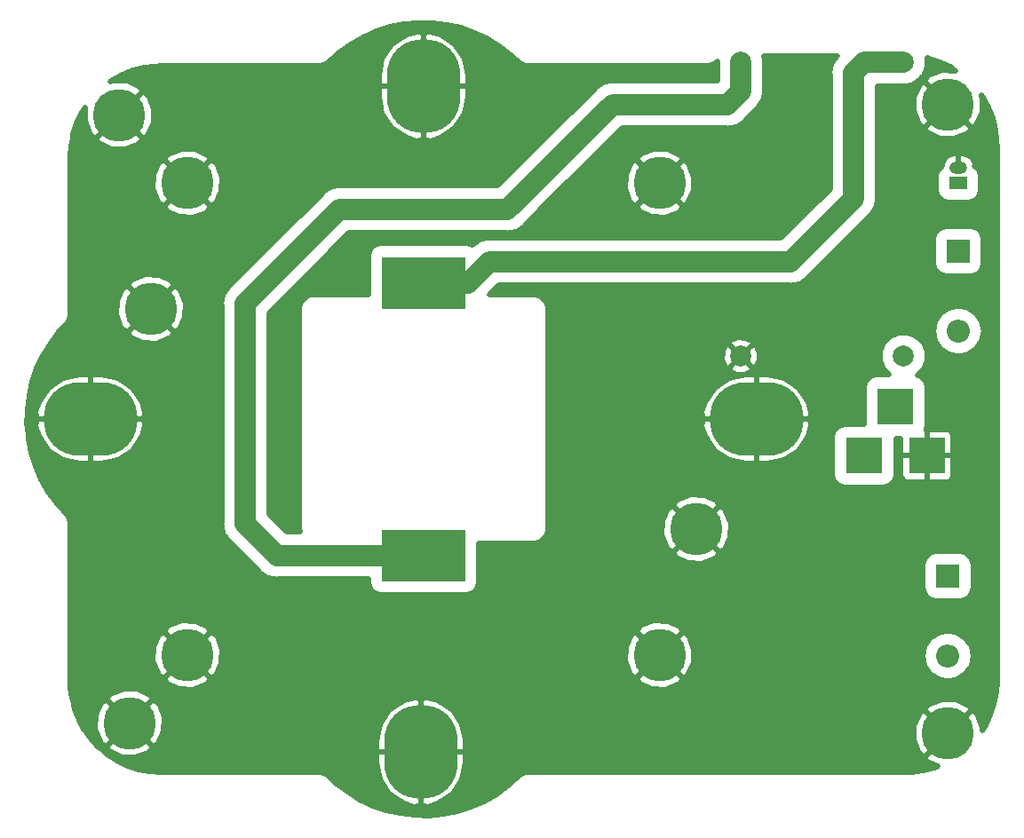
<source format=gbr>
G04 #@! TF.GenerationSoftware,KiCad,Pcbnew,(5.0.0)*
G04 #@! TF.CreationDate,2019-12-04T20:48:19-05:00*
G04 #@! TF.ProjectId,10W White LED,313057205768697465204C45442E6B69,rev?*
G04 #@! TF.SameCoordinates,Original*
G04 #@! TF.FileFunction,Copper,L2,Bot,Signal*
G04 #@! TF.FilePolarity,Positive*
%FSLAX46Y46*%
G04 Gerber Fmt 4.6, Leading zero omitted, Abs format (unit mm)*
G04 Created by KiCad (PCBNEW (5.0.0)) date 12/04/19 20:48:19*
%MOMM*%
%LPD*%
G01*
G04 APERTURE LIST*
G04 #@! TA.AperFunction,ComponentPad*
%ADD10R,1.700000X1.200000*%
G04 #@! TD*
G04 #@! TA.AperFunction,ComponentPad*
%ADD11O,1.700000X1.200000*%
G04 #@! TD*
G04 #@! TA.AperFunction,ComponentPad*
%ADD12C,5.000000*%
G04 #@! TD*
G04 #@! TA.AperFunction,ComponentPad*
%ADD13O,7.000000X9.000000*%
G04 #@! TD*
G04 #@! TA.AperFunction,ComponentPad*
%ADD14O,9.000000X7.000000*%
G04 #@! TD*
G04 #@! TA.AperFunction,ComponentPad*
%ADD15R,2.200000X2.200000*%
G04 #@! TD*
G04 #@! TA.AperFunction,ComponentPad*
%ADD16O,2.200000X2.200000*%
G04 #@! TD*
G04 #@! TA.AperFunction,SMDPad,CuDef*
%ADD17R,8.000000X5.000000*%
G04 #@! TD*
G04 #@! TA.AperFunction,ComponentPad*
%ADD18C,2.000000*%
G04 #@! TD*
G04 #@! TA.AperFunction,ComponentPad*
%ADD19R,3.500000X3.500000*%
G04 #@! TD*
G04 #@! TA.AperFunction,Conductor*
%ADD20C,2.000000*%
G04 #@! TD*
G04 #@! TA.AperFunction,Conductor*
%ADD21C,0.500000*%
G04 #@! TD*
G04 APERTURE END LIST*
D10*
G04 #@! TO.P,FAN1,1*
G04 #@! TO.N,Net-(FAN1-Pad1)*
X201000000Y-77500000D03*
D11*
G04 #@! TO.P,FAN1,2*
G04 #@! TO.N,GND*
X201000000Y-76000000D03*
G04 #@! TD*
D12*
G04 #@! TO.P,HEATSINK1,3*
G04 #@! TO.N,GND*
X172500000Y-122500000D03*
X127500000Y-122500000D03*
X127500000Y-77500000D03*
X172500000Y-77500000D03*
G04 #@! TO.P,HEATSINK1,2*
X124000000Y-89500000D03*
G04 #@! TO.P,HEATSINK1,1*
X176000000Y-110500000D03*
G04 #@! TD*
D13*
G04 #@! TO.P,LENSE1,1*
G04 #@! TO.N,GND*
X150000000Y-68250000D03*
D14*
X118250000Y-100000000D03*
D13*
X149750000Y-131750000D03*
D14*
X181750000Y-100000000D03*
G04 #@! TD*
D15*
G04 #@! TO.P,SW1,1*
G04 #@! TO.N,Net-(BARREL1-Pad1)*
X200000000Y-115000000D03*
D16*
G04 #@! TO.P,SW1,2*
G04 #@! TO.N,Net-(F1-Pad1)*
X200000000Y-122620000D03*
G04 #@! TD*
D15*
G04 #@! TO.P,SW2,1*
G04 #@! TO.N,Net-(FAN1-Pad1)*
X201000000Y-84000000D03*
D16*
G04 #@! TO.P,SW2,2*
G04 #@! TO.N,+12V*
X201000000Y-91620000D03*
G04 #@! TD*
D17*
G04 #@! TO.P,D1,1*
G04 #@! TO.N,Net-(D1-Pad1)*
X150000000Y-113000000D03*
G04 #@! TO.P,D1,2*
G04 #@! TO.N,Net-(D1-Pad2)*
X150000000Y-87000000D03*
G04 #@! TD*
D12*
G04 #@! TO.P,MNT1,1*
G04 #@! TO.N,GND*
X121000000Y-71000000D03*
G04 #@! TD*
G04 #@! TO.P,MNT2,1*
G04 #@! TO.N,GND*
X200000000Y-70000000D03*
G04 #@! TD*
G04 #@! TO.P,MNT3,1*
G04 #@! TO.N,GND*
X200000000Y-130000000D03*
G04 #@! TD*
G04 #@! TO.P,MNT4,1*
G04 #@! TO.N,GND*
X122000000Y-129000000D03*
G04 #@! TD*
D18*
G04 #@! TO.P,U1,1*
G04 #@! TO.N,GND*
X180250000Y-94000000D03*
G04 #@! TO.P,U1,2*
G04 #@! TO.N,+12V*
X195750000Y-94000000D03*
G04 #@! TO.P,U1,3*
G04 #@! TO.N,Net-(D1-Pad2)*
X195750000Y-66000000D03*
G04 #@! TO.P,U1,4*
G04 #@! TO.N,Net-(D1-Pad1)*
X180250000Y-66000000D03*
G04 #@! TD*
D19*
G04 #@! TO.P,BARREL1,3*
G04 #@! TO.N,N/C*
X195000000Y-98800000D03*
G04 #@! TO.P,BARREL1,2*
G04 #@! TO.N,GND*
X198000000Y-103500000D03*
G04 #@! TO.P,BARREL1,1*
G04 #@! TO.N,Net-(BARREL1-Pad1)*
X192000000Y-103500000D03*
G04 #@! TD*
D20*
G04 #@! TO.N,Net-(D1-Pad2)*
X154250000Y-87000000D02*
X156250000Y-85000000D01*
X150000000Y-87000000D02*
X154250000Y-87000000D01*
X156250000Y-85000000D02*
X185000000Y-85000000D01*
X191000000Y-79000000D02*
X191000000Y-67000000D01*
X185000000Y-85000000D02*
X191000000Y-79000000D01*
X192000000Y-66000000D02*
X195750000Y-66000000D01*
X191000000Y-67000000D02*
X192000000Y-66000000D01*
G04 #@! TO.N,Net-(D1-Pad1)*
X179000000Y-70000000D02*
X180250000Y-68750000D01*
X168000000Y-70000000D02*
X179000000Y-70000000D01*
X180250000Y-68750000D02*
X180250000Y-66000000D01*
X150000000Y-113000000D02*
X136000000Y-113000000D01*
X136000000Y-113000000D02*
X133000000Y-110000000D01*
X133000000Y-110000000D02*
X133000000Y-89000000D01*
X133000000Y-89000000D02*
X142000000Y-80000000D01*
X142000000Y-80000000D02*
X158000000Y-80000000D01*
X158000000Y-80000000D02*
X168000000Y-70000000D01*
G04 #@! TD*
D21*
G04 #@! TO.N,GND*
G36*
X150849311Y-62212920D02*
X152203316Y-62375574D01*
X153532364Y-62681187D01*
X154821407Y-63126299D01*
X156055860Y-63705873D01*
X157221732Y-64413342D01*
X158312727Y-65245962D01*
X158985759Y-65867019D01*
X159044728Y-65955272D01*
X159483011Y-66248122D01*
X159869501Y-66325000D01*
X159999980Y-66325000D01*
X159999999Y-66325001D01*
X160000018Y-66325000D01*
X176869502Y-66325000D01*
X177000000Y-66350958D01*
X177130498Y-66325000D01*
X177130499Y-66325000D01*
X177516989Y-66248122D01*
X177955272Y-65955272D01*
X178000000Y-65888332D01*
X178000000Y-67750000D01*
X168221605Y-67750000D01*
X168000000Y-67705920D01*
X167778395Y-67750000D01*
X167778394Y-67750000D01*
X167122094Y-67880546D01*
X166377840Y-68377840D01*
X166252308Y-68565712D01*
X157068020Y-77750000D01*
X142221604Y-77750000D01*
X141999999Y-77705920D01*
X141778394Y-77750000D01*
X141122094Y-77880546D01*
X141122093Y-77880547D01*
X141122092Y-77880547D01*
X140908000Y-78023599D01*
X140377840Y-78377840D01*
X140252310Y-78565709D01*
X131565710Y-87252310D01*
X131377841Y-87377840D01*
X131252311Y-87565709D01*
X130880547Y-88122093D01*
X130705920Y-89000000D01*
X130750001Y-89221609D01*
X130750000Y-109778395D01*
X130705920Y-110000000D01*
X130750000Y-110221605D01*
X130880546Y-110877905D01*
X130880547Y-110877906D01*
X130880547Y-110877907D01*
X130885779Y-110885737D01*
X131377840Y-111622160D01*
X131565712Y-111747692D01*
X134252308Y-114434288D01*
X134377840Y-114622160D01*
X135122094Y-115119454D01*
X135778394Y-115250000D01*
X135778395Y-115250000D01*
X136000000Y-115294080D01*
X136221605Y-115250000D01*
X144725512Y-115250000D01*
X144725512Y-115500000D01*
X144822527Y-115987725D01*
X145098801Y-116401199D01*
X145512275Y-116677473D01*
X146000000Y-116774488D01*
X154000000Y-116774488D01*
X154487725Y-116677473D01*
X154901199Y-116401199D01*
X155177473Y-115987725D01*
X155274488Y-115500000D01*
X155274488Y-113900000D01*
X197625512Y-113900000D01*
X197625512Y-116100000D01*
X197722527Y-116587725D01*
X197998801Y-117001199D01*
X198412275Y-117277473D01*
X198900000Y-117374488D01*
X201100000Y-117374488D01*
X201587725Y-117277473D01*
X202001199Y-117001199D01*
X202277473Y-116587725D01*
X202374488Y-116100000D01*
X202374488Y-113900000D01*
X202277473Y-113412275D01*
X202001199Y-112998801D01*
X201587725Y-112722527D01*
X201100000Y-112625512D01*
X198900000Y-112625512D01*
X198412275Y-112722527D01*
X197998801Y-112998801D01*
X197722527Y-113412275D01*
X197625512Y-113900000D01*
X155274488Y-113900000D01*
X155274488Y-112717717D01*
X173787940Y-112717717D01*
X174050716Y-113189765D01*
X175228425Y-113730977D01*
X176523599Y-113780303D01*
X177739061Y-113330232D01*
X177949284Y-113189765D01*
X178212060Y-112717717D01*
X176000000Y-110505657D01*
X173787940Y-112717717D01*
X155274488Y-112717717D01*
X155274488Y-111825000D01*
X160369501Y-111825000D01*
X160500000Y-111850958D01*
X160630499Y-111825000D01*
X161016989Y-111748122D01*
X161455272Y-111455272D01*
X161743705Y-111023599D01*
X172719697Y-111023599D01*
X173169768Y-112239061D01*
X173310235Y-112449284D01*
X173782283Y-112712060D01*
X175994343Y-110500000D01*
X176005657Y-110500000D01*
X178217717Y-112712060D01*
X178689765Y-112449284D01*
X179230977Y-111271575D01*
X179280303Y-109976401D01*
X178830232Y-108760939D01*
X178689765Y-108550716D01*
X178217717Y-108287940D01*
X176005657Y-110500000D01*
X175994343Y-110500000D01*
X173782283Y-108287940D01*
X173310235Y-108550716D01*
X172769023Y-109728425D01*
X172719697Y-111023599D01*
X161743705Y-111023599D01*
X161748122Y-111016989D01*
X161850958Y-110500000D01*
X161825000Y-110369501D01*
X161825000Y-108282283D01*
X173787940Y-108282283D01*
X176000000Y-110494343D01*
X178212060Y-108282283D01*
X177949284Y-107810235D01*
X176771575Y-107269023D01*
X175476401Y-107219697D01*
X174260939Y-107669768D01*
X174050716Y-107810235D01*
X173787940Y-108282283D01*
X161825000Y-108282283D01*
X161825000Y-100670048D01*
X176545051Y-100670048D01*
X176814590Y-101625770D01*
X177736311Y-103008032D01*
X179116838Y-103932348D01*
X180746000Y-104258000D01*
X181746000Y-104258000D01*
X181746000Y-100004000D01*
X181754000Y-100004000D01*
X181754000Y-104258000D01*
X182754000Y-104258000D01*
X184383162Y-103932348D01*
X185763689Y-103008032D01*
X186602570Y-101750000D01*
X188975512Y-101750000D01*
X188975512Y-105250000D01*
X189072527Y-105737725D01*
X189348801Y-106151199D01*
X189762275Y-106427473D01*
X190250000Y-106524488D01*
X193750000Y-106524488D01*
X194237725Y-106427473D01*
X194651199Y-106151199D01*
X194927473Y-105737725D01*
X195024488Y-105250000D01*
X195024488Y-103693500D01*
X195492000Y-103693500D01*
X195492000Y-105400775D01*
X195607398Y-105679372D01*
X195820627Y-105892601D01*
X196099224Y-106008000D01*
X197806500Y-106008000D01*
X197996000Y-105818500D01*
X197996000Y-103504000D01*
X198004000Y-103504000D01*
X198004000Y-105818500D01*
X198193500Y-106008000D01*
X199900776Y-106008000D01*
X200179373Y-105892601D01*
X200392602Y-105679372D01*
X200508000Y-105400775D01*
X200508000Y-103693500D01*
X200318500Y-103504000D01*
X198004000Y-103504000D01*
X197996000Y-103504000D01*
X195681500Y-103504000D01*
X195492000Y-103693500D01*
X195024488Y-103693500D01*
X195024488Y-101824488D01*
X195492000Y-101824488D01*
X195492000Y-103306500D01*
X195681500Y-103496000D01*
X197996000Y-103496000D01*
X197996000Y-101181500D01*
X198004000Y-101181500D01*
X198004000Y-103496000D01*
X200318500Y-103496000D01*
X200508000Y-103306500D01*
X200508000Y-101599225D01*
X200392602Y-101320628D01*
X200179373Y-101107399D01*
X199900776Y-100992000D01*
X198193500Y-100992000D01*
X198004000Y-101181500D01*
X197996000Y-101181500D01*
X197897333Y-101082833D01*
X197927473Y-101037725D01*
X198024488Y-100550000D01*
X198024488Y-97050000D01*
X197927473Y-96562275D01*
X197651199Y-96148801D01*
X197237725Y-95872527D01*
X197089031Y-95842950D01*
X197657458Y-95274523D01*
X198000000Y-94447553D01*
X198000000Y-93552447D01*
X197657458Y-92725477D01*
X197024523Y-92092542D01*
X196197553Y-91750000D01*
X195302447Y-91750000D01*
X194475477Y-92092542D01*
X193842542Y-92725477D01*
X193500000Y-93552447D01*
X193500000Y-94447553D01*
X193842542Y-95274523D01*
X194343531Y-95775512D01*
X193250000Y-95775512D01*
X192762275Y-95872527D01*
X192348801Y-96148801D01*
X192072527Y-96562275D01*
X191975512Y-97050000D01*
X191975512Y-100475512D01*
X190250000Y-100475512D01*
X189762275Y-100572527D01*
X189348801Y-100848801D01*
X189072527Y-101262275D01*
X188975512Y-101750000D01*
X186602570Y-101750000D01*
X186685410Y-101625770D01*
X186954949Y-100670048D01*
X186818498Y-100004000D01*
X181754000Y-100004000D01*
X181746000Y-100004000D01*
X176681502Y-100004000D01*
X176545051Y-100670048D01*
X161825000Y-100670048D01*
X161825000Y-99329952D01*
X176545051Y-99329952D01*
X176681502Y-99996000D01*
X181746000Y-99996000D01*
X181746000Y-95742000D01*
X181754000Y-95742000D01*
X181754000Y-99996000D01*
X186818498Y-99996000D01*
X186954949Y-99329952D01*
X186685410Y-98374230D01*
X185763689Y-96991968D01*
X184383162Y-96067652D01*
X182754000Y-95742000D01*
X181754000Y-95742000D01*
X181746000Y-95742000D01*
X180746000Y-95742000D01*
X179116838Y-96067652D01*
X177736311Y-96991968D01*
X176814590Y-98374230D01*
X176545051Y-99329952D01*
X161825000Y-99329952D01*
X161825000Y-95136275D01*
X179119382Y-95136275D01*
X179199669Y-95452463D01*
X179835454Y-95743845D01*
X180534350Y-95769743D01*
X181189956Y-95526213D01*
X181300331Y-95452463D01*
X181380618Y-95136275D01*
X180250000Y-94005657D01*
X179119382Y-95136275D01*
X161825000Y-95136275D01*
X161825000Y-94284350D01*
X178480257Y-94284350D01*
X178723787Y-94939956D01*
X178797537Y-95050331D01*
X179113725Y-95130618D01*
X180244343Y-94000000D01*
X180255657Y-94000000D01*
X181386275Y-95130618D01*
X181702463Y-95050331D01*
X181993845Y-94414546D01*
X182019743Y-93715650D01*
X181776213Y-93060044D01*
X181702463Y-92949669D01*
X181386275Y-92869382D01*
X180255657Y-94000000D01*
X180244343Y-94000000D01*
X179113725Y-92869382D01*
X178797537Y-92949669D01*
X178506155Y-93585454D01*
X178480257Y-94284350D01*
X161825000Y-94284350D01*
X161825000Y-92863725D01*
X179119382Y-92863725D01*
X180250000Y-93994343D01*
X181380618Y-92863725D01*
X181300331Y-92547537D01*
X180664546Y-92256155D01*
X179965650Y-92230257D01*
X179310044Y-92473787D01*
X179199669Y-92547537D01*
X179119382Y-92863725D01*
X161825000Y-92863725D01*
X161825000Y-91620000D01*
X198603961Y-91620000D01*
X198786349Y-92536924D01*
X199305745Y-93314255D01*
X200083076Y-93833651D01*
X200768547Y-93970000D01*
X201231453Y-93970000D01*
X201916924Y-93833651D01*
X202694255Y-93314255D01*
X203213651Y-92536924D01*
X203396039Y-91620000D01*
X203213651Y-90703076D01*
X202694255Y-89925745D01*
X201916924Y-89406349D01*
X201231453Y-89270000D01*
X200768547Y-89270000D01*
X200083076Y-89406349D01*
X199305745Y-89925745D01*
X198786349Y-90703076D01*
X198603961Y-91620000D01*
X161825000Y-91620000D01*
X161825000Y-89630499D01*
X161850958Y-89500000D01*
X161748122Y-88983011D01*
X161455272Y-88544728D01*
X161016989Y-88251878D01*
X160630499Y-88175000D01*
X160500000Y-88149042D01*
X160369501Y-88175000D01*
X156256980Y-88175000D01*
X157181981Y-87250000D01*
X184778395Y-87250000D01*
X185000000Y-87294080D01*
X185221605Y-87250000D01*
X185221606Y-87250000D01*
X185877906Y-87119454D01*
X186622160Y-86622160D01*
X186747692Y-86434288D01*
X190281980Y-82900000D01*
X198625512Y-82900000D01*
X198625512Y-85100000D01*
X198722527Y-85587725D01*
X198998801Y-86001199D01*
X199412275Y-86277473D01*
X199900000Y-86374488D01*
X202100000Y-86374488D01*
X202587725Y-86277473D01*
X203001199Y-86001199D01*
X203277473Y-85587725D01*
X203374488Y-85100000D01*
X203374488Y-82900000D01*
X203277473Y-82412275D01*
X203001199Y-81998801D01*
X202587725Y-81722527D01*
X202100000Y-81625512D01*
X199900000Y-81625512D01*
X199412275Y-81722527D01*
X198998801Y-81998801D01*
X198722527Y-82412275D01*
X198625512Y-82900000D01*
X190281980Y-82900000D01*
X192434292Y-80747689D01*
X192622160Y-80622160D01*
X193037873Y-80000001D01*
X193119453Y-79877908D01*
X193119453Y-79877907D01*
X193119454Y-79877906D01*
X193250000Y-79221606D01*
X193250000Y-79221605D01*
X193294080Y-79000001D01*
X193250000Y-78778396D01*
X193250000Y-76900000D01*
X198875512Y-76900000D01*
X198875512Y-78100000D01*
X198972527Y-78587725D01*
X199248801Y-79001199D01*
X199662275Y-79277473D01*
X200150000Y-79374488D01*
X201850000Y-79374488D01*
X202337725Y-79277473D01*
X202751199Y-79001199D01*
X203027473Y-78587725D01*
X203124488Y-78100000D01*
X203124488Y-76900000D01*
X203027473Y-76412275D01*
X202751199Y-75998801D01*
X202533909Y-75853612D01*
X202590649Y-75783612D01*
X202506160Y-75484011D01*
X202213080Y-75042577D01*
X201773380Y-74746902D01*
X201254000Y-74642000D01*
X201004000Y-74642000D01*
X201004000Y-75625512D01*
X200996000Y-75625512D01*
X200996000Y-74642000D01*
X200746000Y-74642000D01*
X200226620Y-74746902D01*
X199786920Y-75042577D01*
X199493840Y-75484011D01*
X199409351Y-75783612D01*
X199466091Y-75853612D01*
X199248801Y-75998801D01*
X198972527Y-76412275D01*
X198875512Y-76900000D01*
X193250000Y-76900000D01*
X193250000Y-72217717D01*
X197787940Y-72217717D01*
X198050716Y-72689765D01*
X199228425Y-73230977D01*
X200523599Y-73280303D01*
X201739061Y-72830232D01*
X201949284Y-72689765D01*
X202212060Y-72217717D01*
X200000000Y-70005657D01*
X197787940Y-72217717D01*
X193250000Y-72217717D01*
X193250000Y-70523599D01*
X196719697Y-70523599D01*
X197169768Y-71739061D01*
X197310235Y-71949284D01*
X197782283Y-72212060D01*
X199994343Y-70000000D01*
X197782283Y-67787940D01*
X197310235Y-68050716D01*
X196769023Y-69228425D01*
X196719697Y-70523599D01*
X193250000Y-70523599D01*
X193250000Y-68250000D01*
X196197553Y-68250000D01*
X196406300Y-68163534D01*
X196627906Y-68119454D01*
X196815775Y-67993924D01*
X197024523Y-67907458D01*
X197184291Y-67747690D01*
X197372160Y-67622160D01*
X197497691Y-67434290D01*
X197657458Y-67274523D01*
X197743924Y-67065775D01*
X197869454Y-66877906D01*
X197913534Y-66656301D01*
X198000000Y-66447553D01*
X198000000Y-66221606D01*
X198044080Y-66000000D01*
X198000000Y-65778394D01*
X198000000Y-65570180D01*
X198156734Y-65600079D01*
X199192514Y-65936624D01*
X200177954Y-66400337D01*
X200758102Y-66768510D01*
X199476401Y-66719697D01*
X198260939Y-67169768D01*
X198050716Y-67310235D01*
X197787940Y-67782283D01*
X200000000Y-69994343D01*
X200014142Y-69980201D01*
X200019799Y-69985858D01*
X200005657Y-70000000D01*
X202217717Y-72212060D01*
X202689765Y-71949284D01*
X203230977Y-70771575D01*
X203280303Y-69476401D01*
X203143510Y-69106978D01*
X203322333Y-69353107D01*
X203847005Y-70307481D01*
X204247922Y-71320082D01*
X204518769Y-72374955D01*
X204657884Y-73476169D01*
X204675000Y-74020810D01*
X204675001Y-124958351D01*
X204603997Y-126086931D01*
X204399921Y-127156734D01*
X204063374Y-128192519D01*
X203599663Y-129177954D01*
X203272006Y-129694260D01*
X203280303Y-129476401D01*
X202830232Y-128260939D01*
X202689765Y-128050716D01*
X202217717Y-127787940D01*
X200005657Y-130000000D01*
X200019799Y-130014142D01*
X200014142Y-130019799D01*
X200000000Y-130005657D01*
X197787940Y-132217717D01*
X198050716Y-132689765D01*
X198994374Y-133123420D01*
X198679917Y-133247922D01*
X197625038Y-133518770D01*
X196523830Y-133657884D01*
X195979190Y-133675000D01*
X159869501Y-133675000D01*
X159483011Y-133751878D01*
X159044728Y-134044728D01*
X158990648Y-134125664D01*
X158047509Y-134973382D01*
X156942133Y-135772072D01*
X155758139Y-136448782D01*
X154508944Y-136995840D01*
X153208679Y-137407060D01*
X151872095Y-137677776D01*
X150514294Y-137804931D01*
X149150690Y-137787080D01*
X147796684Y-137624426D01*
X146467636Y-137318813D01*
X145178593Y-136873701D01*
X143944140Y-136294127D01*
X142778268Y-135586658D01*
X141687273Y-134754038D01*
X141014241Y-134132981D01*
X140955272Y-134044728D01*
X140516989Y-133751878D01*
X140130499Y-133675000D01*
X140000020Y-133675000D01*
X140000001Y-133674999D01*
X139999982Y-133675000D01*
X125041633Y-133675000D01*
X123913069Y-133603997D01*
X122843266Y-133399921D01*
X121807481Y-133063374D01*
X120822046Y-132599663D01*
X119902504Y-132016104D01*
X119063350Y-131321895D01*
X118965521Y-131217717D01*
X119787940Y-131217717D01*
X120050716Y-131689765D01*
X121228425Y-132230977D01*
X122523599Y-132280303D01*
X123739061Y-131830232D01*
X123853149Y-131754000D01*
X145492000Y-131754000D01*
X145492000Y-132754000D01*
X145817652Y-134383162D01*
X146741968Y-135763689D01*
X148124230Y-136685410D01*
X149079952Y-136954949D01*
X149746000Y-136818498D01*
X149746000Y-131754000D01*
X149754000Y-131754000D01*
X149754000Y-136818498D01*
X150420048Y-136954949D01*
X151375770Y-136685410D01*
X152758032Y-135763689D01*
X153682348Y-134383162D01*
X154008000Y-132754000D01*
X154008000Y-131754000D01*
X149754000Y-131754000D01*
X149746000Y-131754000D01*
X145492000Y-131754000D01*
X123853149Y-131754000D01*
X123949284Y-131689765D01*
X124212060Y-131217717D01*
X122000000Y-129005657D01*
X119787940Y-131217717D01*
X118965521Y-131217717D01*
X118317818Y-130527985D01*
X117677667Y-129646893D01*
X117609886Y-129523599D01*
X118719697Y-129523599D01*
X119169768Y-130739061D01*
X119310235Y-130949284D01*
X119782283Y-131212060D01*
X121994343Y-129000000D01*
X122005657Y-129000000D01*
X124217717Y-131212060D01*
X124689765Y-130949284D01*
X124783183Y-130746000D01*
X145492000Y-130746000D01*
X145492000Y-131746000D01*
X149746000Y-131746000D01*
X149746000Y-126681502D01*
X149754000Y-126681502D01*
X149754000Y-131746000D01*
X154008000Y-131746000D01*
X154008000Y-130746000D01*
X153963545Y-130523599D01*
X196719697Y-130523599D01*
X197169768Y-131739061D01*
X197310235Y-131949284D01*
X197782283Y-132212060D01*
X199994343Y-130000000D01*
X197782283Y-127787940D01*
X197310235Y-128050716D01*
X196769023Y-129228425D01*
X196719697Y-130523599D01*
X153963545Y-130523599D01*
X153682348Y-129116838D01*
X152788813Y-127782283D01*
X197787940Y-127782283D01*
X200000000Y-129994343D01*
X202212060Y-127782283D01*
X201949284Y-127310235D01*
X200771575Y-126769023D01*
X199476401Y-126719697D01*
X198260939Y-127169768D01*
X198050716Y-127310235D01*
X197787940Y-127782283D01*
X152788813Y-127782283D01*
X152758032Y-127736311D01*
X151375770Y-126814590D01*
X150420048Y-126545051D01*
X149754000Y-126681502D01*
X149746000Y-126681502D01*
X149079952Y-126545051D01*
X148124230Y-126814590D01*
X146741968Y-127736311D01*
X145817652Y-129116838D01*
X145492000Y-130746000D01*
X124783183Y-130746000D01*
X125230977Y-129771575D01*
X125280303Y-128476401D01*
X124830232Y-127260939D01*
X124689765Y-127050716D01*
X124217717Y-126787940D01*
X122005657Y-129000000D01*
X121994343Y-129000000D01*
X119782283Y-126787940D01*
X119310235Y-127050716D01*
X118769023Y-128228425D01*
X118719697Y-129523599D01*
X117609886Y-129523599D01*
X117152996Y-128692522D01*
X116752078Y-127679917D01*
X116521604Y-126782283D01*
X119787940Y-126782283D01*
X122000000Y-128994343D01*
X124212060Y-126782283D01*
X123949284Y-126310235D01*
X122771575Y-125769023D01*
X121476401Y-125719697D01*
X120260939Y-126169768D01*
X120050716Y-126310235D01*
X119787940Y-126782283D01*
X116521604Y-126782283D01*
X116481230Y-126625038D01*
X116342116Y-125523830D01*
X116325000Y-124979190D01*
X116325000Y-124717717D01*
X125287940Y-124717717D01*
X125550716Y-125189765D01*
X126728425Y-125730977D01*
X128023599Y-125780303D01*
X129239061Y-125330232D01*
X129449284Y-125189765D01*
X129712060Y-124717717D01*
X170287940Y-124717717D01*
X170550716Y-125189765D01*
X171728425Y-125730977D01*
X173023599Y-125780303D01*
X174239061Y-125330232D01*
X174449284Y-125189765D01*
X174712060Y-124717717D01*
X172500000Y-122505657D01*
X170287940Y-124717717D01*
X129712060Y-124717717D01*
X127500000Y-122505657D01*
X125287940Y-124717717D01*
X116325000Y-124717717D01*
X116325000Y-123023599D01*
X124219697Y-123023599D01*
X124669768Y-124239061D01*
X124810235Y-124449284D01*
X125282283Y-124712060D01*
X127494343Y-122500000D01*
X127505657Y-122500000D01*
X129717717Y-124712060D01*
X130189765Y-124449284D01*
X130730977Y-123271575D01*
X130740421Y-123023599D01*
X169219697Y-123023599D01*
X169669768Y-124239061D01*
X169810235Y-124449284D01*
X170282283Y-124712060D01*
X172494343Y-122500000D01*
X172505657Y-122500000D01*
X174717717Y-124712060D01*
X175189765Y-124449284D01*
X175730977Y-123271575D01*
X175755791Y-122620000D01*
X197603961Y-122620000D01*
X197786349Y-123536924D01*
X198305745Y-124314255D01*
X199083076Y-124833651D01*
X199768547Y-124970000D01*
X200231453Y-124970000D01*
X200916924Y-124833651D01*
X201694255Y-124314255D01*
X202213651Y-123536924D01*
X202396039Y-122620000D01*
X202213651Y-121703076D01*
X201694255Y-120925745D01*
X200916924Y-120406349D01*
X200231453Y-120270000D01*
X199768547Y-120270000D01*
X199083076Y-120406349D01*
X198305745Y-120925745D01*
X197786349Y-121703076D01*
X197603961Y-122620000D01*
X175755791Y-122620000D01*
X175780303Y-121976401D01*
X175330232Y-120760939D01*
X175189765Y-120550716D01*
X174717717Y-120287940D01*
X172505657Y-122500000D01*
X172494343Y-122500000D01*
X170282283Y-120287940D01*
X169810235Y-120550716D01*
X169269023Y-121728425D01*
X169219697Y-123023599D01*
X130740421Y-123023599D01*
X130780303Y-121976401D01*
X130330232Y-120760939D01*
X130189765Y-120550716D01*
X129717717Y-120287940D01*
X127505657Y-122500000D01*
X127494343Y-122500000D01*
X125282283Y-120287940D01*
X124810235Y-120550716D01*
X124269023Y-121728425D01*
X124219697Y-123023599D01*
X116325000Y-123023599D01*
X116325000Y-120282283D01*
X125287940Y-120282283D01*
X127500000Y-122494343D01*
X129712060Y-120282283D01*
X170287940Y-120282283D01*
X172500000Y-122494343D01*
X174712060Y-120282283D01*
X174449284Y-119810235D01*
X173271575Y-119269023D01*
X171976401Y-119219697D01*
X170760939Y-119669768D01*
X170550716Y-119810235D01*
X170287940Y-120282283D01*
X129712060Y-120282283D01*
X129449284Y-119810235D01*
X128271575Y-119269023D01*
X126976401Y-119219697D01*
X125760939Y-119669768D01*
X125550716Y-119810235D01*
X125287940Y-120282283D01*
X116325000Y-120282283D01*
X116325000Y-109869501D01*
X116248122Y-109483011D01*
X115955272Y-109044728D01*
X115874336Y-108990648D01*
X115026618Y-108047509D01*
X114227928Y-106942133D01*
X113551218Y-105758139D01*
X113004160Y-104508944D01*
X112592940Y-103208679D01*
X112322224Y-101872095D01*
X112209656Y-100670048D01*
X113045051Y-100670048D01*
X113314590Y-101625770D01*
X114236311Y-103008032D01*
X115616838Y-103932348D01*
X117246000Y-104258000D01*
X118246000Y-104258000D01*
X118246000Y-100004000D01*
X118254000Y-100004000D01*
X118254000Y-104258000D01*
X119254000Y-104258000D01*
X120883162Y-103932348D01*
X122263689Y-103008032D01*
X123185410Y-101625770D01*
X123454949Y-100670048D01*
X123318498Y-100004000D01*
X118254000Y-100004000D01*
X118246000Y-100004000D01*
X113181502Y-100004000D01*
X113045051Y-100670048D01*
X112209656Y-100670048D01*
X112195069Y-100514294D01*
X112210573Y-99329952D01*
X113045051Y-99329952D01*
X113181502Y-99996000D01*
X118246000Y-99996000D01*
X118246000Y-95742000D01*
X118254000Y-95742000D01*
X118254000Y-99996000D01*
X123318498Y-99996000D01*
X123454949Y-99329952D01*
X123185410Y-98374230D01*
X122263689Y-96991968D01*
X120883162Y-96067652D01*
X119254000Y-95742000D01*
X118254000Y-95742000D01*
X118246000Y-95742000D01*
X117246000Y-95742000D01*
X115616838Y-96067652D01*
X114236311Y-96991968D01*
X113314590Y-98374230D01*
X113045051Y-99329952D01*
X112210573Y-99329952D01*
X112212920Y-99150689D01*
X112375574Y-97796684D01*
X112681187Y-96467636D01*
X113126299Y-95178593D01*
X113705873Y-93944140D01*
X114413342Y-92778268D01*
X115222727Y-91717717D01*
X121787940Y-91717717D01*
X122050716Y-92189765D01*
X123228425Y-92730977D01*
X124523599Y-92780303D01*
X125739061Y-92330232D01*
X125949284Y-92189765D01*
X126212060Y-91717717D01*
X124000000Y-89505657D01*
X121787940Y-91717717D01*
X115222727Y-91717717D01*
X115245962Y-91687273D01*
X115867019Y-91014241D01*
X115955272Y-90955272D01*
X116248122Y-90516989D01*
X116325000Y-90130499D01*
X116325000Y-90023599D01*
X120719697Y-90023599D01*
X121169768Y-91239061D01*
X121310235Y-91449284D01*
X121782283Y-91712060D01*
X123994343Y-89500000D01*
X124005657Y-89500000D01*
X126217717Y-91712060D01*
X126689765Y-91449284D01*
X127230977Y-90271575D01*
X127280303Y-88976401D01*
X126830232Y-87760939D01*
X126689765Y-87550716D01*
X126217717Y-87287940D01*
X124005657Y-89500000D01*
X123994343Y-89500000D01*
X121782283Y-87287940D01*
X121310235Y-87550716D01*
X120769023Y-88728425D01*
X120719697Y-90023599D01*
X116325000Y-90023599D01*
X116325000Y-90000020D01*
X116325001Y-90000001D01*
X116325000Y-89999982D01*
X116325000Y-87282283D01*
X121787940Y-87282283D01*
X124000000Y-89494343D01*
X126212060Y-87282283D01*
X125949284Y-86810235D01*
X124771575Y-86269023D01*
X123476401Y-86219697D01*
X122260939Y-86669768D01*
X122050716Y-86810235D01*
X121787940Y-87282283D01*
X116325000Y-87282283D01*
X116325000Y-79717717D01*
X125287940Y-79717717D01*
X125550716Y-80189765D01*
X126728425Y-80730977D01*
X128023599Y-80780303D01*
X129239061Y-80330232D01*
X129449284Y-80189765D01*
X129712060Y-79717717D01*
X127500000Y-77505657D01*
X125287940Y-79717717D01*
X116325000Y-79717717D01*
X116325000Y-78023599D01*
X124219697Y-78023599D01*
X124669768Y-79239061D01*
X124810235Y-79449284D01*
X125282283Y-79712060D01*
X127494343Y-77500000D01*
X127505657Y-77500000D01*
X129717717Y-79712060D01*
X130189765Y-79449284D01*
X130730977Y-78271575D01*
X130780303Y-76976401D01*
X130330232Y-75760939D01*
X130189765Y-75550716D01*
X129717717Y-75287940D01*
X127505657Y-77500000D01*
X127494343Y-77500000D01*
X125282283Y-75287940D01*
X124810235Y-75550716D01*
X124269023Y-76728425D01*
X124219697Y-78023599D01*
X116325000Y-78023599D01*
X116325000Y-75282283D01*
X125287940Y-75282283D01*
X127500000Y-77494343D01*
X129712060Y-75282283D01*
X129449284Y-74810235D01*
X128271575Y-74269023D01*
X126976401Y-74219697D01*
X125760939Y-74669768D01*
X125550716Y-74810235D01*
X125287940Y-75282283D01*
X116325000Y-75282283D01*
X116325000Y-75041633D01*
X116396003Y-73913068D01*
X116528648Y-73217717D01*
X118787940Y-73217717D01*
X119050716Y-73689765D01*
X120228425Y-74230977D01*
X121523599Y-74280303D01*
X122739061Y-73830232D01*
X122949284Y-73689765D01*
X123212060Y-73217717D01*
X121000000Y-71005657D01*
X118787940Y-73217717D01*
X116528648Y-73217717D01*
X116600079Y-72843266D01*
X116936624Y-71807486D01*
X117400337Y-70822046D01*
X117768510Y-70241898D01*
X117719697Y-71523599D01*
X118169768Y-72739061D01*
X118310235Y-72949284D01*
X118782283Y-73212060D01*
X120994343Y-71000000D01*
X121005657Y-71000000D01*
X123217717Y-73212060D01*
X123689765Y-72949284D01*
X124230977Y-71771575D01*
X124280303Y-70476401D01*
X123830232Y-69260939D01*
X123689765Y-69050716D01*
X123217717Y-68787940D01*
X121005657Y-71000000D01*
X120994343Y-71000000D01*
X120980201Y-70985858D01*
X120985858Y-70980201D01*
X121000000Y-70994343D01*
X123212060Y-68782283D01*
X122949284Y-68310235D01*
X122826914Y-68254000D01*
X145742000Y-68254000D01*
X145742000Y-69254000D01*
X146067652Y-70883162D01*
X146991968Y-72263689D01*
X148374230Y-73185410D01*
X149329952Y-73454949D01*
X149996000Y-73318498D01*
X149996000Y-68254000D01*
X150004000Y-68254000D01*
X150004000Y-73318498D01*
X150670048Y-73454949D01*
X151625770Y-73185410D01*
X153008032Y-72263689D01*
X153932348Y-70883162D01*
X154258000Y-69254000D01*
X154258000Y-68254000D01*
X150004000Y-68254000D01*
X149996000Y-68254000D01*
X145742000Y-68254000D01*
X122826914Y-68254000D01*
X121771575Y-67769023D01*
X120476401Y-67719697D01*
X120106978Y-67856490D01*
X120353107Y-67677667D01*
X121138305Y-67246000D01*
X145742000Y-67246000D01*
X145742000Y-68246000D01*
X149996000Y-68246000D01*
X149996000Y-63181502D01*
X150004000Y-63181502D01*
X150004000Y-68246000D01*
X154258000Y-68246000D01*
X154258000Y-67246000D01*
X153932348Y-65616838D01*
X153008032Y-64236311D01*
X151625770Y-63314590D01*
X150670048Y-63045051D01*
X150004000Y-63181502D01*
X149996000Y-63181502D01*
X149329952Y-63045051D01*
X148374230Y-63314590D01*
X146991968Y-64236311D01*
X146067652Y-65616838D01*
X145742000Y-67246000D01*
X121138305Y-67246000D01*
X121307481Y-67152995D01*
X122320082Y-66752078D01*
X123374955Y-66481231D01*
X124476169Y-66342116D01*
X125020810Y-66325000D01*
X140130499Y-66325000D01*
X140516989Y-66248122D01*
X140955272Y-65955272D01*
X141009353Y-65874334D01*
X141952490Y-65026618D01*
X143057873Y-64227923D01*
X144241861Y-63551219D01*
X145491056Y-63004160D01*
X146791319Y-62592940D01*
X148127905Y-62322224D01*
X149485706Y-62195069D01*
X150849311Y-62212920D01*
X150849311Y-62212920D01*
G37*
X150849311Y-62212920D02*
X152203316Y-62375574D01*
X153532364Y-62681187D01*
X154821407Y-63126299D01*
X156055860Y-63705873D01*
X157221732Y-64413342D01*
X158312727Y-65245962D01*
X158985759Y-65867019D01*
X159044728Y-65955272D01*
X159483011Y-66248122D01*
X159869501Y-66325000D01*
X159999980Y-66325000D01*
X159999999Y-66325001D01*
X160000018Y-66325000D01*
X176869502Y-66325000D01*
X177000000Y-66350958D01*
X177130498Y-66325000D01*
X177130499Y-66325000D01*
X177516989Y-66248122D01*
X177955272Y-65955272D01*
X178000000Y-65888332D01*
X178000000Y-67750000D01*
X168221605Y-67750000D01*
X168000000Y-67705920D01*
X167778395Y-67750000D01*
X167778394Y-67750000D01*
X167122094Y-67880546D01*
X166377840Y-68377840D01*
X166252308Y-68565712D01*
X157068020Y-77750000D01*
X142221604Y-77750000D01*
X141999999Y-77705920D01*
X141778394Y-77750000D01*
X141122094Y-77880546D01*
X141122093Y-77880547D01*
X141122092Y-77880547D01*
X140908000Y-78023599D01*
X140377840Y-78377840D01*
X140252310Y-78565709D01*
X131565710Y-87252310D01*
X131377841Y-87377840D01*
X131252311Y-87565709D01*
X130880547Y-88122093D01*
X130705920Y-89000000D01*
X130750001Y-89221609D01*
X130750000Y-109778395D01*
X130705920Y-110000000D01*
X130750000Y-110221605D01*
X130880546Y-110877905D01*
X130880547Y-110877906D01*
X130880547Y-110877907D01*
X130885779Y-110885737D01*
X131377840Y-111622160D01*
X131565712Y-111747692D01*
X134252308Y-114434288D01*
X134377840Y-114622160D01*
X135122094Y-115119454D01*
X135778394Y-115250000D01*
X135778395Y-115250000D01*
X136000000Y-115294080D01*
X136221605Y-115250000D01*
X144725512Y-115250000D01*
X144725512Y-115500000D01*
X144822527Y-115987725D01*
X145098801Y-116401199D01*
X145512275Y-116677473D01*
X146000000Y-116774488D01*
X154000000Y-116774488D01*
X154487725Y-116677473D01*
X154901199Y-116401199D01*
X155177473Y-115987725D01*
X155274488Y-115500000D01*
X155274488Y-113900000D01*
X197625512Y-113900000D01*
X197625512Y-116100000D01*
X197722527Y-116587725D01*
X197998801Y-117001199D01*
X198412275Y-117277473D01*
X198900000Y-117374488D01*
X201100000Y-117374488D01*
X201587725Y-117277473D01*
X202001199Y-117001199D01*
X202277473Y-116587725D01*
X202374488Y-116100000D01*
X202374488Y-113900000D01*
X202277473Y-113412275D01*
X202001199Y-112998801D01*
X201587725Y-112722527D01*
X201100000Y-112625512D01*
X198900000Y-112625512D01*
X198412275Y-112722527D01*
X197998801Y-112998801D01*
X197722527Y-113412275D01*
X197625512Y-113900000D01*
X155274488Y-113900000D01*
X155274488Y-112717717D01*
X173787940Y-112717717D01*
X174050716Y-113189765D01*
X175228425Y-113730977D01*
X176523599Y-113780303D01*
X177739061Y-113330232D01*
X177949284Y-113189765D01*
X178212060Y-112717717D01*
X176000000Y-110505657D01*
X173787940Y-112717717D01*
X155274488Y-112717717D01*
X155274488Y-111825000D01*
X160369501Y-111825000D01*
X160500000Y-111850958D01*
X160630499Y-111825000D01*
X161016989Y-111748122D01*
X161455272Y-111455272D01*
X161743705Y-111023599D01*
X172719697Y-111023599D01*
X173169768Y-112239061D01*
X173310235Y-112449284D01*
X173782283Y-112712060D01*
X175994343Y-110500000D01*
X176005657Y-110500000D01*
X178217717Y-112712060D01*
X178689765Y-112449284D01*
X179230977Y-111271575D01*
X179280303Y-109976401D01*
X178830232Y-108760939D01*
X178689765Y-108550716D01*
X178217717Y-108287940D01*
X176005657Y-110500000D01*
X175994343Y-110500000D01*
X173782283Y-108287940D01*
X173310235Y-108550716D01*
X172769023Y-109728425D01*
X172719697Y-111023599D01*
X161743705Y-111023599D01*
X161748122Y-111016989D01*
X161850958Y-110500000D01*
X161825000Y-110369501D01*
X161825000Y-108282283D01*
X173787940Y-108282283D01*
X176000000Y-110494343D01*
X178212060Y-108282283D01*
X177949284Y-107810235D01*
X176771575Y-107269023D01*
X175476401Y-107219697D01*
X174260939Y-107669768D01*
X174050716Y-107810235D01*
X173787940Y-108282283D01*
X161825000Y-108282283D01*
X161825000Y-100670048D01*
X176545051Y-100670048D01*
X176814590Y-101625770D01*
X177736311Y-103008032D01*
X179116838Y-103932348D01*
X180746000Y-104258000D01*
X181746000Y-104258000D01*
X181746000Y-100004000D01*
X181754000Y-100004000D01*
X181754000Y-104258000D01*
X182754000Y-104258000D01*
X184383162Y-103932348D01*
X185763689Y-103008032D01*
X186602570Y-101750000D01*
X188975512Y-101750000D01*
X188975512Y-105250000D01*
X189072527Y-105737725D01*
X189348801Y-106151199D01*
X189762275Y-106427473D01*
X190250000Y-106524488D01*
X193750000Y-106524488D01*
X194237725Y-106427473D01*
X194651199Y-106151199D01*
X194927473Y-105737725D01*
X195024488Y-105250000D01*
X195024488Y-103693500D01*
X195492000Y-103693500D01*
X195492000Y-105400775D01*
X195607398Y-105679372D01*
X195820627Y-105892601D01*
X196099224Y-106008000D01*
X197806500Y-106008000D01*
X197996000Y-105818500D01*
X197996000Y-103504000D01*
X198004000Y-103504000D01*
X198004000Y-105818500D01*
X198193500Y-106008000D01*
X199900776Y-106008000D01*
X200179373Y-105892601D01*
X200392602Y-105679372D01*
X200508000Y-105400775D01*
X200508000Y-103693500D01*
X200318500Y-103504000D01*
X198004000Y-103504000D01*
X197996000Y-103504000D01*
X195681500Y-103504000D01*
X195492000Y-103693500D01*
X195024488Y-103693500D01*
X195024488Y-101824488D01*
X195492000Y-101824488D01*
X195492000Y-103306500D01*
X195681500Y-103496000D01*
X197996000Y-103496000D01*
X197996000Y-101181500D01*
X198004000Y-101181500D01*
X198004000Y-103496000D01*
X200318500Y-103496000D01*
X200508000Y-103306500D01*
X200508000Y-101599225D01*
X200392602Y-101320628D01*
X200179373Y-101107399D01*
X199900776Y-100992000D01*
X198193500Y-100992000D01*
X198004000Y-101181500D01*
X197996000Y-101181500D01*
X197897333Y-101082833D01*
X197927473Y-101037725D01*
X198024488Y-100550000D01*
X198024488Y-97050000D01*
X197927473Y-96562275D01*
X197651199Y-96148801D01*
X197237725Y-95872527D01*
X197089031Y-95842950D01*
X197657458Y-95274523D01*
X198000000Y-94447553D01*
X198000000Y-93552447D01*
X197657458Y-92725477D01*
X197024523Y-92092542D01*
X196197553Y-91750000D01*
X195302447Y-91750000D01*
X194475477Y-92092542D01*
X193842542Y-92725477D01*
X193500000Y-93552447D01*
X193500000Y-94447553D01*
X193842542Y-95274523D01*
X194343531Y-95775512D01*
X193250000Y-95775512D01*
X192762275Y-95872527D01*
X192348801Y-96148801D01*
X192072527Y-96562275D01*
X191975512Y-97050000D01*
X191975512Y-100475512D01*
X190250000Y-100475512D01*
X189762275Y-100572527D01*
X189348801Y-100848801D01*
X189072527Y-101262275D01*
X188975512Y-101750000D01*
X186602570Y-101750000D01*
X186685410Y-101625770D01*
X186954949Y-100670048D01*
X186818498Y-100004000D01*
X181754000Y-100004000D01*
X181746000Y-100004000D01*
X176681502Y-100004000D01*
X176545051Y-100670048D01*
X161825000Y-100670048D01*
X161825000Y-99329952D01*
X176545051Y-99329952D01*
X176681502Y-99996000D01*
X181746000Y-99996000D01*
X181746000Y-95742000D01*
X181754000Y-95742000D01*
X181754000Y-99996000D01*
X186818498Y-99996000D01*
X186954949Y-99329952D01*
X186685410Y-98374230D01*
X185763689Y-96991968D01*
X184383162Y-96067652D01*
X182754000Y-95742000D01*
X181754000Y-95742000D01*
X181746000Y-95742000D01*
X180746000Y-95742000D01*
X179116838Y-96067652D01*
X177736311Y-96991968D01*
X176814590Y-98374230D01*
X176545051Y-99329952D01*
X161825000Y-99329952D01*
X161825000Y-95136275D01*
X179119382Y-95136275D01*
X179199669Y-95452463D01*
X179835454Y-95743845D01*
X180534350Y-95769743D01*
X181189956Y-95526213D01*
X181300331Y-95452463D01*
X181380618Y-95136275D01*
X180250000Y-94005657D01*
X179119382Y-95136275D01*
X161825000Y-95136275D01*
X161825000Y-94284350D01*
X178480257Y-94284350D01*
X178723787Y-94939956D01*
X178797537Y-95050331D01*
X179113725Y-95130618D01*
X180244343Y-94000000D01*
X180255657Y-94000000D01*
X181386275Y-95130618D01*
X181702463Y-95050331D01*
X181993845Y-94414546D01*
X182019743Y-93715650D01*
X181776213Y-93060044D01*
X181702463Y-92949669D01*
X181386275Y-92869382D01*
X180255657Y-94000000D01*
X180244343Y-94000000D01*
X179113725Y-92869382D01*
X178797537Y-92949669D01*
X178506155Y-93585454D01*
X178480257Y-94284350D01*
X161825000Y-94284350D01*
X161825000Y-92863725D01*
X179119382Y-92863725D01*
X180250000Y-93994343D01*
X181380618Y-92863725D01*
X181300331Y-92547537D01*
X180664546Y-92256155D01*
X179965650Y-92230257D01*
X179310044Y-92473787D01*
X179199669Y-92547537D01*
X179119382Y-92863725D01*
X161825000Y-92863725D01*
X161825000Y-91620000D01*
X198603961Y-91620000D01*
X198786349Y-92536924D01*
X199305745Y-93314255D01*
X200083076Y-93833651D01*
X200768547Y-93970000D01*
X201231453Y-93970000D01*
X201916924Y-93833651D01*
X202694255Y-93314255D01*
X203213651Y-92536924D01*
X203396039Y-91620000D01*
X203213651Y-90703076D01*
X202694255Y-89925745D01*
X201916924Y-89406349D01*
X201231453Y-89270000D01*
X200768547Y-89270000D01*
X200083076Y-89406349D01*
X199305745Y-89925745D01*
X198786349Y-90703076D01*
X198603961Y-91620000D01*
X161825000Y-91620000D01*
X161825000Y-89630499D01*
X161850958Y-89500000D01*
X161748122Y-88983011D01*
X161455272Y-88544728D01*
X161016989Y-88251878D01*
X160630499Y-88175000D01*
X160500000Y-88149042D01*
X160369501Y-88175000D01*
X156256980Y-88175000D01*
X157181981Y-87250000D01*
X184778395Y-87250000D01*
X185000000Y-87294080D01*
X185221605Y-87250000D01*
X185221606Y-87250000D01*
X185877906Y-87119454D01*
X186622160Y-86622160D01*
X186747692Y-86434288D01*
X190281980Y-82900000D01*
X198625512Y-82900000D01*
X198625512Y-85100000D01*
X198722527Y-85587725D01*
X198998801Y-86001199D01*
X199412275Y-86277473D01*
X199900000Y-86374488D01*
X202100000Y-86374488D01*
X202587725Y-86277473D01*
X203001199Y-86001199D01*
X203277473Y-85587725D01*
X203374488Y-85100000D01*
X203374488Y-82900000D01*
X203277473Y-82412275D01*
X203001199Y-81998801D01*
X202587725Y-81722527D01*
X202100000Y-81625512D01*
X199900000Y-81625512D01*
X199412275Y-81722527D01*
X198998801Y-81998801D01*
X198722527Y-82412275D01*
X198625512Y-82900000D01*
X190281980Y-82900000D01*
X192434292Y-80747689D01*
X192622160Y-80622160D01*
X193037873Y-80000001D01*
X193119453Y-79877908D01*
X193119453Y-79877907D01*
X193119454Y-79877906D01*
X193250000Y-79221606D01*
X193250000Y-79221605D01*
X193294080Y-79000001D01*
X193250000Y-78778396D01*
X193250000Y-76900000D01*
X198875512Y-76900000D01*
X198875512Y-78100000D01*
X198972527Y-78587725D01*
X199248801Y-79001199D01*
X199662275Y-79277473D01*
X200150000Y-79374488D01*
X201850000Y-79374488D01*
X202337725Y-79277473D01*
X202751199Y-79001199D01*
X203027473Y-78587725D01*
X203124488Y-78100000D01*
X203124488Y-76900000D01*
X203027473Y-76412275D01*
X202751199Y-75998801D01*
X202533909Y-75853612D01*
X202590649Y-75783612D01*
X202506160Y-75484011D01*
X202213080Y-75042577D01*
X201773380Y-74746902D01*
X201254000Y-74642000D01*
X201004000Y-74642000D01*
X201004000Y-75625512D01*
X200996000Y-75625512D01*
X200996000Y-74642000D01*
X200746000Y-74642000D01*
X200226620Y-74746902D01*
X199786920Y-75042577D01*
X199493840Y-75484011D01*
X199409351Y-75783612D01*
X199466091Y-75853612D01*
X199248801Y-75998801D01*
X198972527Y-76412275D01*
X198875512Y-76900000D01*
X193250000Y-76900000D01*
X193250000Y-72217717D01*
X197787940Y-72217717D01*
X198050716Y-72689765D01*
X199228425Y-73230977D01*
X200523599Y-73280303D01*
X201739061Y-72830232D01*
X201949284Y-72689765D01*
X202212060Y-72217717D01*
X200000000Y-70005657D01*
X197787940Y-72217717D01*
X193250000Y-72217717D01*
X193250000Y-70523599D01*
X196719697Y-70523599D01*
X197169768Y-71739061D01*
X197310235Y-71949284D01*
X197782283Y-72212060D01*
X199994343Y-70000000D01*
X197782283Y-67787940D01*
X197310235Y-68050716D01*
X196769023Y-69228425D01*
X196719697Y-70523599D01*
X193250000Y-70523599D01*
X193250000Y-68250000D01*
X196197553Y-68250000D01*
X196406300Y-68163534D01*
X196627906Y-68119454D01*
X196815775Y-67993924D01*
X197024523Y-67907458D01*
X197184291Y-67747690D01*
X197372160Y-67622160D01*
X197497691Y-67434290D01*
X197657458Y-67274523D01*
X197743924Y-67065775D01*
X197869454Y-66877906D01*
X197913534Y-66656301D01*
X198000000Y-66447553D01*
X198000000Y-66221606D01*
X198044080Y-66000000D01*
X198000000Y-65778394D01*
X198000000Y-65570180D01*
X198156734Y-65600079D01*
X199192514Y-65936624D01*
X200177954Y-66400337D01*
X200758102Y-66768510D01*
X199476401Y-66719697D01*
X198260939Y-67169768D01*
X198050716Y-67310235D01*
X197787940Y-67782283D01*
X200000000Y-69994343D01*
X200014142Y-69980201D01*
X200019799Y-69985858D01*
X200005657Y-70000000D01*
X202217717Y-72212060D01*
X202689765Y-71949284D01*
X203230977Y-70771575D01*
X203280303Y-69476401D01*
X203143510Y-69106978D01*
X203322333Y-69353107D01*
X203847005Y-70307481D01*
X204247922Y-71320082D01*
X204518769Y-72374955D01*
X204657884Y-73476169D01*
X204675000Y-74020810D01*
X204675001Y-124958351D01*
X204603997Y-126086931D01*
X204399921Y-127156734D01*
X204063374Y-128192519D01*
X203599663Y-129177954D01*
X203272006Y-129694260D01*
X203280303Y-129476401D01*
X202830232Y-128260939D01*
X202689765Y-128050716D01*
X202217717Y-127787940D01*
X200005657Y-130000000D01*
X200019799Y-130014142D01*
X200014142Y-130019799D01*
X200000000Y-130005657D01*
X197787940Y-132217717D01*
X198050716Y-132689765D01*
X198994374Y-133123420D01*
X198679917Y-133247922D01*
X197625038Y-133518770D01*
X196523830Y-133657884D01*
X195979190Y-133675000D01*
X159869501Y-133675000D01*
X159483011Y-133751878D01*
X159044728Y-134044728D01*
X158990648Y-134125664D01*
X158047509Y-134973382D01*
X156942133Y-135772072D01*
X155758139Y-136448782D01*
X154508944Y-136995840D01*
X153208679Y-137407060D01*
X151872095Y-137677776D01*
X150514294Y-137804931D01*
X149150690Y-137787080D01*
X147796684Y-137624426D01*
X146467636Y-137318813D01*
X145178593Y-136873701D01*
X143944140Y-136294127D01*
X142778268Y-135586658D01*
X141687273Y-134754038D01*
X141014241Y-134132981D01*
X140955272Y-134044728D01*
X140516989Y-133751878D01*
X140130499Y-133675000D01*
X140000020Y-133675000D01*
X140000001Y-133674999D01*
X139999982Y-133675000D01*
X125041633Y-133675000D01*
X123913069Y-133603997D01*
X122843266Y-133399921D01*
X121807481Y-133063374D01*
X120822046Y-132599663D01*
X119902504Y-132016104D01*
X119063350Y-131321895D01*
X118965521Y-131217717D01*
X119787940Y-131217717D01*
X120050716Y-131689765D01*
X121228425Y-132230977D01*
X122523599Y-132280303D01*
X123739061Y-131830232D01*
X123853149Y-131754000D01*
X145492000Y-131754000D01*
X145492000Y-132754000D01*
X145817652Y-134383162D01*
X146741968Y-135763689D01*
X148124230Y-136685410D01*
X149079952Y-136954949D01*
X149746000Y-136818498D01*
X149746000Y-131754000D01*
X149754000Y-131754000D01*
X149754000Y-136818498D01*
X150420048Y-136954949D01*
X151375770Y-136685410D01*
X152758032Y-135763689D01*
X153682348Y-134383162D01*
X154008000Y-132754000D01*
X154008000Y-131754000D01*
X149754000Y-131754000D01*
X149746000Y-131754000D01*
X145492000Y-131754000D01*
X123853149Y-131754000D01*
X123949284Y-131689765D01*
X124212060Y-131217717D01*
X122000000Y-129005657D01*
X119787940Y-131217717D01*
X118965521Y-131217717D01*
X118317818Y-130527985D01*
X117677667Y-129646893D01*
X117609886Y-129523599D01*
X118719697Y-129523599D01*
X119169768Y-130739061D01*
X119310235Y-130949284D01*
X119782283Y-131212060D01*
X121994343Y-129000000D01*
X122005657Y-129000000D01*
X124217717Y-131212060D01*
X124689765Y-130949284D01*
X124783183Y-130746000D01*
X145492000Y-130746000D01*
X145492000Y-131746000D01*
X149746000Y-131746000D01*
X149746000Y-126681502D01*
X149754000Y-126681502D01*
X149754000Y-131746000D01*
X154008000Y-131746000D01*
X154008000Y-130746000D01*
X153963545Y-130523599D01*
X196719697Y-130523599D01*
X197169768Y-131739061D01*
X197310235Y-131949284D01*
X197782283Y-132212060D01*
X199994343Y-130000000D01*
X197782283Y-127787940D01*
X197310235Y-128050716D01*
X196769023Y-129228425D01*
X196719697Y-130523599D01*
X153963545Y-130523599D01*
X153682348Y-129116838D01*
X152788813Y-127782283D01*
X197787940Y-127782283D01*
X200000000Y-129994343D01*
X202212060Y-127782283D01*
X201949284Y-127310235D01*
X200771575Y-126769023D01*
X199476401Y-126719697D01*
X198260939Y-127169768D01*
X198050716Y-127310235D01*
X197787940Y-127782283D01*
X152788813Y-127782283D01*
X152758032Y-127736311D01*
X151375770Y-126814590D01*
X150420048Y-126545051D01*
X149754000Y-126681502D01*
X149746000Y-126681502D01*
X149079952Y-126545051D01*
X148124230Y-126814590D01*
X146741968Y-127736311D01*
X145817652Y-129116838D01*
X145492000Y-130746000D01*
X124783183Y-130746000D01*
X125230977Y-129771575D01*
X125280303Y-128476401D01*
X124830232Y-127260939D01*
X124689765Y-127050716D01*
X124217717Y-126787940D01*
X122005657Y-129000000D01*
X121994343Y-129000000D01*
X119782283Y-126787940D01*
X119310235Y-127050716D01*
X118769023Y-128228425D01*
X118719697Y-129523599D01*
X117609886Y-129523599D01*
X117152996Y-128692522D01*
X116752078Y-127679917D01*
X116521604Y-126782283D01*
X119787940Y-126782283D01*
X122000000Y-128994343D01*
X124212060Y-126782283D01*
X123949284Y-126310235D01*
X122771575Y-125769023D01*
X121476401Y-125719697D01*
X120260939Y-126169768D01*
X120050716Y-126310235D01*
X119787940Y-126782283D01*
X116521604Y-126782283D01*
X116481230Y-126625038D01*
X116342116Y-125523830D01*
X116325000Y-124979190D01*
X116325000Y-124717717D01*
X125287940Y-124717717D01*
X125550716Y-125189765D01*
X126728425Y-125730977D01*
X128023599Y-125780303D01*
X129239061Y-125330232D01*
X129449284Y-125189765D01*
X129712060Y-124717717D01*
X170287940Y-124717717D01*
X170550716Y-125189765D01*
X171728425Y-125730977D01*
X173023599Y-125780303D01*
X174239061Y-125330232D01*
X174449284Y-125189765D01*
X174712060Y-124717717D01*
X172500000Y-122505657D01*
X170287940Y-124717717D01*
X129712060Y-124717717D01*
X127500000Y-122505657D01*
X125287940Y-124717717D01*
X116325000Y-124717717D01*
X116325000Y-123023599D01*
X124219697Y-123023599D01*
X124669768Y-124239061D01*
X124810235Y-124449284D01*
X125282283Y-124712060D01*
X127494343Y-122500000D01*
X127505657Y-122500000D01*
X129717717Y-124712060D01*
X130189765Y-124449284D01*
X130730977Y-123271575D01*
X130740421Y-123023599D01*
X169219697Y-123023599D01*
X169669768Y-124239061D01*
X169810235Y-124449284D01*
X170282283Y-124712060D01*
X172494343Y-122500000D01*
X172505657Y-122500000D01*
X174717717Y-124712060D01*
X175189765Y-124449284D01*
X175730977Y-123271575D01*
X175755791Y-122620000D01*
X197603961Y-122620000D01*
X197786349Y-123536924D01*
X198305745Y-124314255D01*
X199083076Y-124833651D01*
X199768547Y-124970000D01*
X200231453Y-124970000D01*
X200916924Y-124833651D01*
X201694255Y-124314255D01*
X202213651Y-123536924D01*
X202396039Y-122620000D01*
X202213651Y-121703076D01*
X201694255Y-120925745D01*
X200916924Y-120406349D01*
X200231453Y-120270000D01*
X199768547Y-120270000D01*
X199083076Y-120406349D01*
X198305745Y-120925745D01*
X197786349Y-121703076D01*
X197603961Y-122620000D01*
X175755791Y-122620000D01*
X175780303Y-121976401D01*
X175330232Y-120760939D01*
X175189765Y-120550716D01*
X174717717Y-120287940D01*
X172505657Y-122500000D01*
X172494343Y-122500000D01*
X170282283Y-120287940D01*
X169810235Y-120550716D01*
X169269023Y-121728425D01*
X169219697Y-123023599D01*
X130740421Y-123023599D01*
X130780303Y-121976401D01*
X130330232Y-120760939D01*
X130189765Y-120550716D01*
X129717717Y-120287940D01*
X127505657Y-122500000D01*
X127494343Y-122500000D01*
X125282283Y-120287940D01*
X124810235Y-120550716D01*
X124269023Y-121728425D01*
X124219697Y-123023599D01*
X116325000Y-123023599D01*
X116325000Y-120282283D01*
X125287940Y-120282283D01*
X127500000Y-122494343D01*
X129712060Y-120282283D01*
X170287940Y-120282283D01*
X172500000Y-122494343D01*
X174712060Y-120282283D01*
X174449284Y-119810235D01*
X173271575Y-119269023D01*
X171976401Y-119219697D01*
X170760939Y-119669768D01*
X170550716Y-119810235D01*
X170287940Y-120282283D01*
X129712060Y-120282283D01*
X129449284Y-119810235D01*
X128271575Y-119269023D01*
X126976401Y-119219697D01*
X125760939Y-119669768D01*
X125550716Y-119810235D01*
X125287940Y-120282283D01*
X116325000Y-120282283D01*
X116325000Y-109869501D01*
X116248122Y-109483011D01*
X115955272Y-109044728D01*
X115874336Y-108990648D01*
X115026618Y-108047509D01*
X114227928Y-106942133D01*
X113551218Y-105758139D01*
X113004160Y-104508944D01*
X112592940Y-103208679D01*
X112322224Y-101872095D01*
X112209656Y-100670048D01*
X113045051Y-100670048D01*
X113314590Y-101625770D01*
X114236311Y-103008032D01*
X115616838Y-103932348D01*
X117246000Y-104258000D01*
X118246000Y-104258000D01*
X118246000Y-100004000D01*
X118254000Y-100004000D01*
X118254000Y-104258000D01*
X119254000Y-104258000D01*
X120883162Y-103932348D01*
X122263689Y-103008032D01*
X123185410Y-101625770D01*
X123454949Y-100670048D01*
X123318498Y-100004000D01*
X118254000Y-100004000D01*
X118246000Y-100004000D01*
X113181502Y-100004000D01*
X113045051Y-100670048D01*
X112209656Y-100670048D01*
X112195069Y-100514294D01*
X112210573Y-99329952D01*
X113045051Y-99329952D01*
X113181502Y-99996000D01*
X118246000Y-99996000D01*
X118246000Y-95742000D01*
X118254000Y-95742000D01*
X118254000Y-99996000D01*
X123318498Y-99996000D01*
X123454949Y-99329952D01*
X123185410Y-98374230D01*
X122263689Y-96991968D01*
X120883162Y-96067652D01*
X119254000Y-95742000D01*
X118254000Y-95742000D01*
X118246000Y-95742000D01*
X117246000Y-95742000D01*
X115616838Y-96067652D01*
X114236311Y-96991968D01*
X113314590Y-98374230D01*
X113045051Y-99329952D01*
X112210573Y-99329952D01*
X112212920Y-99150689D01*
X112375574Y-97796684D01*
X112681187Y-96467636D01*
X113126299Y-95178593D01*
X113705873Y-93944140D01*
X114413342Y-92778268D01*
X115222727Y-91717717D01*
X121787940Y-91717717D01*
X122050716Y-92189765D01*
X123228425Y-92730977D01*
X124523599Y-92780303D01*
X125739061Y-92330232D01*
X125949284Y-92189765D01*
X126212060Y-91717717D01*
X124000000Y-89505657D01*
X121787940Y-91717717D01*
X115222727Y-91717717D01*
X115245962Y-91687273D01*
X115867019Y-91014241D01*
X115955272Y-90955272D01*
X116248122Y-90516989D01*
X116325000Y-90130499D01*
X116325000Y-90023599D01*
X120719697Y-90023599D01*
X121169768Y-91239061D01*
X121310235Y-91449284D01*
X121782283Y-91712060D01*
X123994343Y-89500000D01*
X124005657Y-89500000D01*
X126217717Y-91712060D01*
X126689765Y-91449284D01*
X127230977Y-90271575D01*
X127280303Y-88976401D01*
X126830232Y-87760939D01*
X126689765Y-87550716D01*
X126217717Y-87287940D01*
X124005657Y-89500000D01*
X123994343Y-89500000D01*
X121782283Y-87287940D01*
X121310235Y-87550716D01*
X120769023Y-88728425D01*
X120719697Y-90023599D01*
X116325000Y-90023599D01*
X116325000Y-90000020D01*
X116325001Y-90000001D01*
X116325000Y-89999982D01*
X116325000Y-87282283D01*
X121787940Y-87282283D01*
X124000000Y-89494343D01*
X126212060Y-87282283D01*
X125949284Y-86810235D01*
X124771575Y-86269023D01*
X123476401Y-86219697D01*
X122260939Y-86669768D01*
X122050716Y-86810235D01*
X121787940Y-87282283D01*
X116325000Y-87282283D01*
X116325000Y-79717717D01*
X125287940Y-79717717D01*
X125550716Y-80189765D01*
X126728425Y-80730977D01*
X128023599Y-80780303D01*
X129239061Y-80330232D01*
X129449284Y-80189765D01*
X129712060Y-79717717D01*
X127500000Y-77505657D01*
X125287940Y-79717717D01*
X116325000Y-79717717D01*
X116325000Y-78023599D01*
X124219697Y-78023599D01*
X124669768Y-79239061D01*
X124810235Y-79449284D01*
X125282283Y-79712060D01*
X127494343Y-77500000D01*
X127505657Y-77500000D01*
X129717717Y-79712060D01*
X130189765Y-79449284D01*
X130730977Y-78271575D01*
X130780303Y-76976401D01*
X130330232Y-75760939D01*
X130189765Y-75550716D01*
X129717717Y-75287940D01*
X127505657Y-77500000D01*
X127494343Y-77500000D01*
X125282283Y-75287940D01*
X124810235Y-75550716D01*
X124269023Y-76728425D01*
X124219697Y-78023599D01*
X116325000Y-78023599D01*
X116325000Y-75282283D01*
X125287940Y-75282283D01*
X127500000Y-77494343D01*
X129712060Y-75282283D01*
X129449284Y-74810235D01*
X128271575Y-74269023D01*
X126976401Y-74219697D01*
X125760939Y-74669768D01*
X125550716Y-74810235D01*
X125287940Y-75282283D01*
X116325000Y-75282283D01*
X116325000Y-75041633D01*
X116396003Y-73913068D01*
X116528648Y-73217717D01*
X118787940Y-73217717D01*
X119050716Y-73689765D01*
X120228425Y-74230977D01*
X121523599Y-74280303D01*
X122739061Y-73830232D01*
X122949284Y-73689765D01*
X123212060Y-73217717D01*
X121000000Y-71005657D01*
X118787940Y-73217717D01*
X116528648Y-73217717D01*
X116600079Y-72843266D01*
X116936624Y-71807486D01*
X117400337Y-70822046D01*
X117768510Y-70241898D01*
X117719697Y-71523599D01*
X118169768Y-72739061D01*
X118310235Y-72949284D01*
X118782283Y-73212060D01*
X120994343Y-71000000D01*
X121005657Y-71000000D01*
X123217717Y-73212060D01*
X123689765Y-72949284D01*
X124230977Y-71771575D01*
X124280303Y-70476401D01*
X123830232Y-69260939D01*
X123689765Y-69050716D01*
X123217717Y-68787940D01*
X121005657Y-71000000D01*
X120994343Y-71000000D01*
X120980201Y-70985858D01*
X120985858Y-70980201D01*
X121000000Y-70994343D01*
X123212060Y-68782283D01*
X122949284Y-68310235D01*
X122826914Y-68254000D01*
X145742000Y-68254000D01*
X145742000Y-69254000D01*
X146067652Y-70883162D01*
X146991968Y-72263689D01*
X148374230Y-73185410D01*
X149329952Y-73454949D01*
X149996000Y-73318498D01*
X149996000Y-68254000D01*
X150004000Y-68254000D01*
X150004000Y-73318498D01*
X150670048Y-73454949D01*
X151625770Y-73185410D01*
X153008032Y-72263689D01*
X153932348Y-70883162D01*
X154258000Y-69254000D01*
X154258000Y-68254000D01*
X150004000Y-68254000D01*
X149996000Y-68254000D01*
X145742000Y-68254000D01*
X122826914Y-68254000D01*
X121771575Y-67769023D01*
X120476401Y-67719697D01*
X120106978Y-67856490D01*
X120353107Y-67677667D01*
X121138305Y-67246000D01*
X145742000Y-67246000D01*
X145742000Y-68246000D01*
X149996000Y-68246000D01*
X149996000Y-63181502D01*
X150004000Y-63181502D01*
X150004000Y-68246000D01*
X154258000Y-68246000D01*
X154258000Y-67246000D01*
X153932348Y-65616838D01*
X153008032Y-64236311D01*
X151625770Y-63314590D01*
X150670048Y-63045051D01*
X150004000Y-63181502D01*
X149996000Y-63181502D01*
X149329952Y-63045051D01*
X148374230Y-63314590D01*
X146991968Y-64236311D01*
X146067652Y-65616838D01*
X145742000Y-67246000D01*
X121138305Y-67246000D01*
X121307481Y-67152995D01*
X122320082Y-66752078D01*
X123374955Y-66481231D01*
X124476169Y-66342116D01*
X125020810Y-66325000D01*
X140130499Y-66325000D01*
X140516989Y-66248122D01*
X140955272Y-65955272D01*
X141009353Y-65874334D01*
X141952490Y-65026618D01*
X143057873Y-64227923D01*
X144241861Y-63551219D01*
X145491056Y-63004160D01*
X146791319Y-62592940D01*
X148127905Y-62322224D01*
X149485706Y-62195069D01*
X150849311Y-62212920D01*
G36*
X189377841Y-65377840D02*
X189252311Y-65565709D01*
X188880547Y-66122093D01*
X188705920Y-67000000D01*
X188750001Y-67221609D01*
X188750000Y-78068019D01*
X184068020Y-82750000D01*
X156471604Y-82750000D01*
X156249999Y-82705920D01*
X156028394Y-82750000D01*
X155372094Y-82880546D01*
X155372093Y-82880547D01*
X155372092Y-82880547D01*
X155342979Y-82900000D01*
X154627840Y-83377840D01*
X154610144Y-83404324D01*
X154487725Y-83322527D01*
X154000000Y-83225512D01*
X146000000Y-83225512D01*
X145512275Y-83322527D01*
X145098801Y-83598801D01*
X144822527Y-84012275D01*
X144725512Y-84500000D01*
X144725512Y-88175000D01*
X139630499Y-88175000D01*
X139500000Y-88149042D01*
X139369501Y-88175000D01*
X138983011Y-88251878D01*
X138544728Y-88544728D01*
X138251878Y-88983011D01*
X138149042Y-89500000D01*
X138175000Y-89630499D01*
X138175001Y-110369496D01*
X138149042Y-110500000D01*
X138198770Y-110750000D01*
X136931980Y-110750000D01*
X135250000Y-109068020D01*
X135250000Y-89931980D01*
X142931981Y-82250000D01*
X157778395Y-82250000D01*
X158000000Y-82294080D01*
X158221605Y-82250000D01*
X158221606Y-82250000D01*
X158877906Y-82119454D01*
X159622160Y-81622160D01*
X159747692Y-81434288D01*
X161464263Y-79717717D01*
X170287940Y-79717717D01*
X170550716Y-80189765D01*
X171728425Y-80730977D01*
X173023599Y-80780303D01*
X174239061Y-80330232D01*
X174449284Y-80189765D01*
X174712060Y-79717717D01*
X172500000Y-77505657D01*
X170287940Y-79717717D01*
X161464263Y-79717717D01*
X163158381Y-78023599D01*
X169219697Y-78023599D01*
X169669768Y-79239061D01*
X169810235Y-79449284D01*
X170282283Y-79712060D01*
X172494343Y-77500000D01*
X172505657Y-77500000D01*
X174717717Y-79712060D01*
X175189765Y-79449284D01*
X175730977Y-78271575D01*
X175780303Y-76976401D01*
X175330232Y-75760939D01*
X175189765Y-75550716D01*
X174717717Y-75287940D01*
X172505657Y-77500000D01*
X172494343Y-77500000D01*
X170282283Y-75287940D01*
X169810235Y-75550716D01*
X169269023Y-76728425D01*
X169219697Y-78023599D01*
X163158381Y-78023599D01*
X165899697Y-75282283D01*
X170287940Y-75282283D01*
X172500000Y-77494343D01*
X174712060Y-75282283D01*
X174449284Y-74810235D01*
X173271575Y-74269023D01*
X171976401Y-74219697D01*
X170760939Y-74669768D01*
X170550716Y-74810235D01*
X170287940Y-75282283D01*
X165899697Y-75282283D01*
X168931980Y-72250000D01*
X178778395Y-72250000D01*
X179000000Y-72294080D01*
X179221605Y-72250000D01*
X179221606Y-72250000D01*
X179877906Y-72119454D01*
X180622160Y-71622160D01*
X180747692Y-71434288D01*
X181684289Y-70497691D01*
X181872160Y-70372160D01*
X182369454Y-69627906D01*
X182500000Y-68971606D01*
X182500000Y-68971605D01*
X182544080Y-68750000D01*
X182500000Y-68528395D01*
X182500000Y-65552447D01*
X182413534Y-65343700D01*
X182409814Y-65325000D01*
X189456922Y-65325000D01*
X189377841Y-65377840D01*
X189377841Y-65377840D01*
G37*
X189377841Y-65377840D02*
X189252311Y-65565709D01*
X188880547Y-66122093D01*
X188705920Y-67000000D01*
X188750001Y-67221609D01*
X188750000Y-78068019D01*
X184068020Y-82750000D01*
X156471604Y-82750000D01*
X156249999Y-82705920D01*
X156028394Y-82750000D01*
X155372094Y-82880546D01*
X155372093Y-82880547D01*
X155372092Y-82880547D01*
X155342979Y-82900000D01*
X154627840Y-83377840D01*
X154610144Y-83404324D01*
X154487725Y-83322527D01*
X154000000Y-83225512D01*
X146000000Y-83225512D01*
X145512275Y-83322527D01*
X145098801Y-83598801D01*
X144822527Y-84012275D01*
X144725512Y-84500000D01*
X144725512Y-88175000D01*
X139630499Y-88175000D01*
X139500000Y-88149042D01*
X139369501Y-88175000D01*
X138983011Y-88251878D01*
X138544728Y-88544728D01*
X138251878Y-88983011D01*
X138149042Y-89500000D01*
X138175000Y-89630499D01*
X138175001Y-110369496D01*
X138149042Y-110500000D01*
X138198770Y-110750000D01*
X136931980Y-110750000D01*
X135250000Y-109068020D01*
X135250000Y-89931980D01*
X142931981Y-82250000D01*
X157778395Y-82250000D01*
X158000000Y-82294080D01*
X158221605Y-82250000D01*
X158221606Y-82250000D01*
X158877906Y-82119454D01*
X159622160Y-81622160D01*
X159747692Y-81434288D01*
X161464263Y-79717717D01*
X170287940Y-79717717D01*
X170550716Y-80189765D01*
X171728425Y-80730977D01*
X173023599Y-80780303D01*
X174239061Y-80330232D01*
X174449284Y-80189765D01*
X174712060Y-79717717D01*
X172500000Y-77505657D01*
X170287940Y-79717717D01*
X161464263Y-79717717D01*
X163158381Y-78023599D01*
X169219697Y-78023599D01*
X169669768Y-79239061D01*
X169810235Y-79449284D01*
X170282283Y-79712060D01*
X172494343Y-77500000D01*
X172505657Y-77500000D01*
X174717717Y-79712060D01*
X175189765Y-79449284D01*
X175730977Y-78271575D01*
X175780303Y-76976401D01*
X175330232Y-75760939D01*
X175189765Y-75550716D01*
X174717717Y-75287940D01*
X172505657Y-77500000D01*
X172494343Y-77500000D01*
X170282283Y-75287940D01*
X169810235Y-75550716D01*
X169269023Y-76728425D01*
X169219697Y-78023599D01*
X163158381Y-78023599D01*
X165899697Y-75282283D01*
X170287940Y-75282283D01*
X172500000Y-77494343D01*
X174712060Y-75282283D01*
X174449284Y-74810235D01*
X173271575Y-74269023D01*
X171976401Y-74219697D01*
X170760939Y-74669768D01*
X170550716Y-74810235D01*
X170287940Y-75282283D01*
X165899697Y-75282283D01*
X168931980Y-72250000D01*
X178778395Y-72250000D01*
X179000000Y-72294080D01*
X179221605Y-72250000D01*
X179221606Y-72250000D01*
X179877906Y-72119454D01*
X180622160Y-71622160D01*
X180747692Y-71434288D01*
X181684289Y-70497691D01*
X181872160Y-70372160D01*
X182369454Y-69627906D01*
X182500000Y-68971606D01*
X182500000Y-68971605D01*
X182544080Y-68750000D01*
X182500000Y-68528395D01*
X182500000Y-65552447D01*
X182413534Y-65343700D01*
X182409814Y-65325000D01*
X189456922Y-65325000D01*
X189377841Y-65377840D01*
G04 #@! TD*
M02*

</source>
